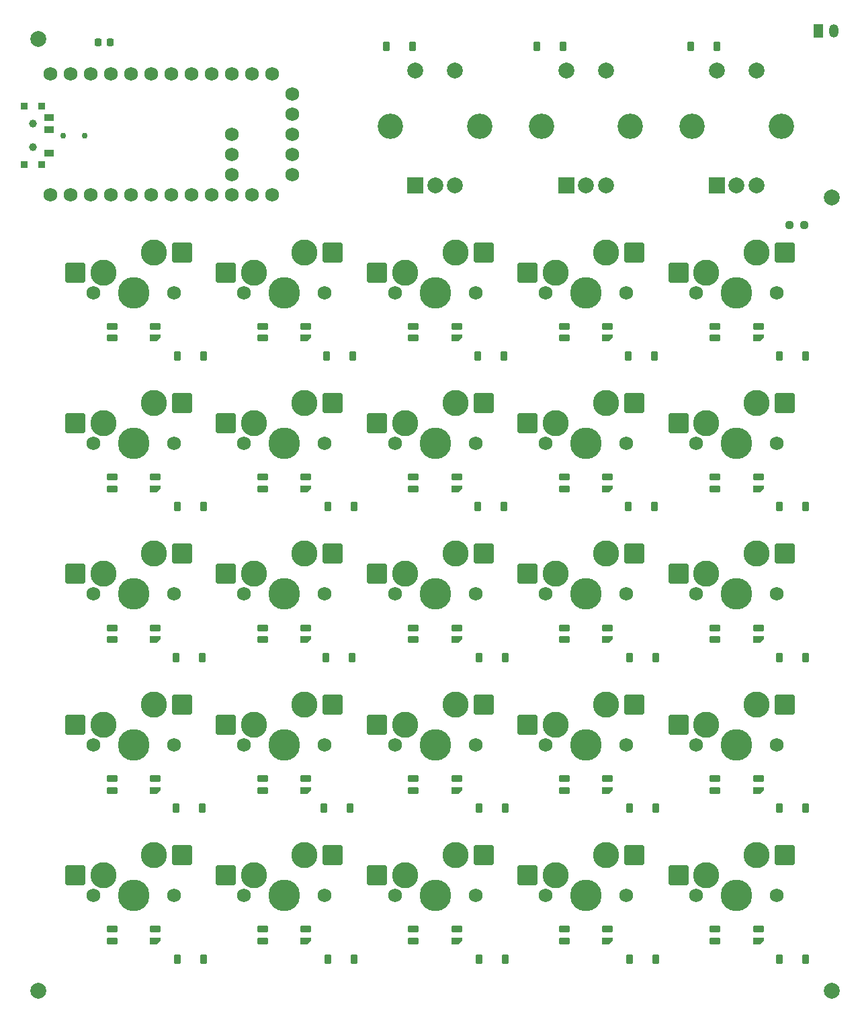
<source format=gbs>
G04 #@! TF.GenerationSoftware,KiCad,Pcbnew,9.0.7*
G04 #@! TF.CreationDate,2026-02-15T13:27:24+05:00*
G04 #@! TF.ProjectId,ModuPad_v2,4d6f6475-5061-4645-9f76-322e6b696361,rev?*
G04 #@! TF.SameCoordinates,Original*
G04 #@! TF.FileFunction,Soldermask,Bot*
G04 #@! TF.FilePolarity,Negative*
%FSLAX46Y46*%
G04 Gerber Fmt 4.6, Leading zero omitted, Abs format (unit mm)*
G04 Created by KiCad (PCBNEW 9.0.7) date 2026-02-15 13:27:24*
%MOMM*%
%LPD*%
G01*
G04 APERTURE LIST*
G04 Aperture macros list*
%AMRoundRect*
0 Rectangle with rounded corners*
0 $1 Rounding radius*
0 $2 $3 $4 $5 $6 $7 $8 $9 X,Y pos of 4 corners*
0 Add a 4 corners polygon primitive as box body*
4,1,4,$2,$3,$4,$5,$6,$7,$8,$9,$2,$3,0*
0 Add four circle primitives for the rounded corners*
1,1,$1+$1,$2,$3*
1,1,$1+$1,$4,$5*
1,1,$1+$1,$6,$7*
1,1,$1+$1,$8,$9*
0 Add four rect primitives between the rounded corners*
20,1,$1+$1,$2,$3,$4,$5,0*
20,1,$1+$1,$4,$5,$6,$7,0*
20,1,$1+$1,$6,$7,$8,$9,0*
20,1,$1+$1,$8,$9,$2,$3,0*%
%AMFreePoly0*
4,1,18,-0.410000,0.593000,-0.403758,0.624380,-0.385983,0.650983,-0.359380,0.668758,-0.328000,0.675000,0.328000,0.675000,0.359380,0.668758,0.385983,0.650983,0.403758,0.624380,0.410000,0.593000,0.410000,-0.593000,0.403758,-0.624380,0.385983,-0.650983,0.359380,-0.668758,0.328000,-0.675000,0.000000,-0.675000,-0.410000,-0.265000,-0.410000,0.593000,-0.410000,0.593000,$1*%
G04 Aperture macros list end*
%ADD10C,2.000000*%
%ADD11C,0.750000*%
%ADD12R,2.000000X2.000000*%
%ADD13C,3.200000*%
%ADD14C,1.752600*%
%ADD15R,0.900000X0.900000*%
%ADD16C,1.000000*%
%ADD17R,1.250000X0.900000*%
%ADD18R,1.200000X1.700000*%
%ADD19O,1.200000X1.700000*%
%ADD20RoundRect,0.082000X0.593000X-0.328000X0.593000X0.328000X-0.593000X0.328000X-0.593000X-0.328000X0*%
%ADD21FreePoly0,90.000000*%
%ADD22RoundRect,0.225000X0.225000X0.375000X-0.225000X0.375000X-0.225000X-0.375000X0.225000X-0.375000X0*%
%ADD23C,1.750000*%
%ADD24C,3.987800*%
%ADD25C,3.300000*%
%ADD26RoundRect,0.250000X1.025000X1.000000X-1.025000X1.000000X-1.025000X-1.000000X1.025000X-1.000000X0*%
%ADD27RoundRect,0.225000X-0.225000X-0.375000X0.225000X-0.375000X0.225000X0.375000X-0.225000X0.375000X0*%
%ADD28RoundRect,0.237500X0.250000X0.237500X-0.250000X0.237500X-0.250000X-0.237500X0.250000X-0.237500X0*%
%ADD29RoundRect,0.225000X0.225000X0.250000X-0.225000X0.250000X-0.225000X-0.250000X0.225000X-0.250000X0*%
G04 APERTURE END LIST*
D10*
X152500000Y-172500000D03*
D11*
X55625000Y-64700000D03*
X58375000Y-64700000D03*
D10*
X152500000Y-72500000D03*
D12*
X119000000Y-71000000D03*
D10*
X124000000Y-71000000D03*
X121500000Y-71000000D03*
D13*
X115900000Y-63500000D03*
X127100000Y-63500000D03*
D10*
X124000000Y-56500000D03*
X119000000Y-56500000D03*
D14*
X54030000Y-72160000D03*
X56570000Y-72160000D03*
X59110000Y-72160000D03*
X61650000Y-72160000D03*
X64190000Y-72160000D03*
X66730000Y-72160000D03*
X69270000Y-72160000D03*
X71810000Y-72160000D03*
X74350000Y-72160000D03*
X76890000Y-72160000D03*
X79430000Y-72160000D03*
X81970000Y-72160000D03*
X81970000Y-56920000D03*
X79430000Y-56920000D03*
X76890000Y-56920000D03*
X74350000Y-56920000D03*
X71810000Y-56920000D03*
X69270000Y-56920000D03*
X66730000Y-56920000D03*
X64190000Y-56920000D03*
X61650000Y-56920000D03*
X59110000Y-56920000D03*
X56570000Y-56920000D03*
X54030000Y-56920000D03*
X76890000Y-69620000D03*
X76890000Y-67080000D03*
X76890000Y-64540000D03*
X84500000Y-69620000D03*
X84500000Y-67080000D03*
X84500000Y-64540000D03*
X84500000Y-62000000D03*
X84500000Y-59460000D03*
D15*
X50700000Y-68400000D03*
X52900000Y-68400000D03*
D16*
X51800000Y-66200000D03*
X51800000Y-63200000D03*
D15*
X50700000Y-61000000D03*
X52900000Y-61000000D03*
D17*
X53875000Y-66950000D03*
X53875000Y-63950000D03*
X53875000Y-62450000D03*
D12*
X100000000Y-71000000D03*
D10*
X105000000Y-71000000D03*
X102500000Y-71000000D03*
D13*
X96900000Y-63500000D03*
X108100000Y-63500000D03*
D10*
X105000000Y-56500000D03*
X100000000Y-56500000D03*
D18*
X150750000Y-51500000D03*
D19*
X152750000Y-51500000D03*
D10*
X52500000Y-172500000D03*
D12*
X138000000Y-71000000D03*
D10*
X143000000Y-71000000D03*
X140500000Y-71000000D03*
D13*
X134900000Y-63500000D03*
X146100000Y-63500000D03*
D10*
X143000000Y-56500000D03*
X138000000Y-56500000D03*
X52500000Y-52500000D03*
D20*
X118775000Y-126750001D03*
X118775000Y-128250001D03*
X124225000Y-126750001D03*
D21*
X124225000Y-128250001D03*
D22*
X73150000Y-149500000D03*
X69850000Y-149500000D03*
D23*
X107580000Y-103500000D03*
D24*
X102500000Y-103500000D03*
D23*
X97420000Y-103500000D03*
D25*
X98690000Y-100960000D03*
D26*
X95140000Y-100960000D03*
X108590000Y-98420000D03*
D25*
X105040000Y-98420000D03*
D23*
X107580000Y-160500000D03*
D24*
X102500000Y-160500000D03*
D23*
X97420000Y-160500000D03*
D25*
X98690000Y-157960000D03*
D26*
X95140000Y-157960000D03*
X108590000Y-155420000D03*
D25*
X105040000Y-155420000D03*
D20*
X80775000Y-126750001D03*
X80775000Y-128250001D03*
X86225000Y-126750001D03*
D21*
X86225000Y-128250001D03*
D22*
X149150000Y-149500000D03*
X145850000Y-149500000D03*
D27*
X96350000Y-53500000D03*
X99650000Y-53500000D03*
D20*
X61775000Y-126750001D03*
X61775000Y-128250001D03*
X67225000Y-126750001D03*
D21*
X67225000Y-128250001D03*
D23*
X145580000Y-84500000D03*
D24*
X140500000Y-84500000D03*
D23*
X135420000Y-84500000D03*
D25*
X136690000Y-81960000D03*
D26*
X133140000Y-81960000D03*
X146590000Y-79420000D03*
D25*
X143040000Y-79420000D03*
D22*
X91800000Y-149500000D03*
X88500000Y-149500000D03*
D23*
X145580000Y-141500000D03*
D24*
X140500000Y-141500000D03*
D23*
X135420000Y-141500000D03*
D25*
X136690000Y-138960000D03*
D26*
X133140000Y-138960000D03*
X146590000Y-136420000D03*
D25*
X143040000Y-136420000D03*
D20*
X99775000Y-145750001D03*
X99775000Y-147250001D03*
X105225000Y-145750001D03*
D21*
X105225000Y-147250001D03*
D23*
X88580000Y-103500000D03*
D24*
X83500000Y-103500000D03*
D23*
X78420000Y-103500000D03*
D25*
X79690000Y-100960000D03*
D26*
X76140000Y-100960000D03*
X89590000Y-98420000D03*
D25*
X86040000Y-98420000D03*
D22*
X111300000Y-149500000D03*
X108000000Y-149500000D03*
D23*
X145580000Y-160500000D03*
D24*
X140500000Y-160500000D03*
D23*
X135420000Y-160500000D03*
D25*
X136690000Y-157960000D03*
D26*
X133140000Y-157960000D03*
X146590000Y-155420000D03*
D25*
X143040000Y-155420000D03*
D22*
X130150000Y-92500000D03*
X126850000Y-92500000D03*
D23*
X126580000Y-103500000D03*
D24*
X121500000Y-103500000D03*
D23*
X116420000Y-103500000D03*
D25*
X117690000Y-100960000D03*
D26*
X114140000Y-100960000D03*
X127590000Y-98420000D03*
D25*
X124040000Y-98420000D03*
D20*
X99775000Y-107750001D03*
X99775000Y-109250001D03*
X105225000Y-107750001D03*
D21*
X105225000Y-109250001D03*
D20*
X61775000Y-164750001D03*
X61775000Y-166250001D03*
X67225000Y-164750001D03*
D21*
X67225000Y-166250001D03*
D23*
X88580000Y-122500000D03*
D24*
X83500000Y-122500000D03*
D23*
X78420000Y-122500000D03*
D25*
X79690000Y-119960000D03*
D26*
X76140000Y-119960000D03*
X89590000Y-117420000D03*
D25*
X86040000Y-117420000D03*
D20*
X118775000Y-107750001D03*
X118775000Y-109250001D03*
X124225000Y-107750001D03*
D21*
X124225000Y-109250001D03*
D28*
X149000000Y-76000000D03*
X147175000Y-76000000D03*
D20*
X137775000Y-107750001D03*
X137775000Y-109250001D03*
X143225000Y-107750001D03*
D21*
X143225000Y-109250001D03*
D22*
X73300000Y-168500000D03*
X70000000Y-168500000D03*
X130300000Y-168500000D03*
X127000000Y-168500000D03*
D20*
X61775000Y-88750001D03*
X61775000Y-90250001D03*
X67225000Y-88750001D03*
D21*
X67225000Y-90250001D03*
D22*
X92300000Y-168500000D03*
X89000000Y-168500000D03*
X111150000Y-92500000D03*
X107850000Y-92500000D03*
D20*
X61775000Y-107750001D03*
X61775000Y-109250001D03*
X67225000Y-107750001D03*
D21*
X67225000Y-109250001D03*
D22*
X130300000Y-149500000D03*
X127000000Y-149500000D03*
D20*
X80775000Y-145750001D03*
X80775000Y-147250001D03*
X86225000Y-145750001D03*
D21*
X86225000Y-147250001D03*
D22*
X149150000Y-130500000D03*
X145850000Y-130500000D03*
X149150000Y-111500000D03*
X145850000Y-111500000D03*
D23*
X145580000Y-122500000D03*
D24*
X140500000Y-122500000D03*
D23*
X135420000Y-122500000D03*
D25*
X136690000Y-119960000D03*
D26*
X133140000Y-119960000D03*
X146590000Y-117420000D03*
D25*
X143040000Y-117420000D03*
D23*
X88580000Y-141500000D03*
D24*
X83500000Y-141500000D03*
D23*
X78420000Y-141500000D03*
D25*
X79690000Y-138960000D03*
D26*
X76140000Y-138960000D03*
X89590000Y-136420000D03*
D25*
X86040000Y-136420000D03*
D20*
X80775000Y-88750001D03*
X80775000Y-90250001D03*
X86225000Y-88750001D03*
D21*
X86225000Y-90250001D03*
D20*
X99775000Y-164750001D03*
X99775000Y-166250001D03*
X105225000Y-164750001D03*
D21*
X105225000Y-166250001D03*
D23*
X126580000Y-84500000D03*
D24*
X121500000Y-84500000D03*
D23*
X116420000Y-84500000D03*
D25*
X117690000Y-81960000D03*
D26*
X114140000Y-81960000D03*
X127590000Y-79420000D03*
D25*
X124040000Y-79420000D03*
D23*
X69580000Y-84500000D03*
D24*
X64500000Y-84500000D03*
D23*
X59420000Y-84500000D03*
D25*
X60690000Y-81960000D03*
D26*
X57140000Y-81960000D03*
X70590000Y-79420000D03*
D25*
X67040000Y-79420000D03*
D20*
X118775000Y-88750001D03*
X118775000Y-90250001D03*
X124225000Y-88750001D03*
D21*
X124225000Y-90250001D03*
D22*
X92000000Y-130500000D03*
X88700000Y-130500000D03*
D23*
X88580000Y-160500000D03*
D24*
X83500000Y-160500000D03*
D23*
X78420000Y-160500000D03*
D25*
X79690000Y-157960000D03*
D26*
X76140000Y-157960000D03*
X89590000Y-155420000D03*
D25*
X86040000Y-155420000D03*
D27*
X115350000Y-53500000D03*
X118650000Y-53500000D03*
D23*
X69580000Y-160500000D03*
D24*
X64500000Y-160500000D03*
D23*
X59420000Y-160500000D03*
D25*
X60690000Y-157960000D03*
D26*
X57140000Y-157960000D03*
X70590000Y-155420000D03*
D25*
X67040000Y-155420000D03*
D22*
X149150000Y-92500000D03*
X145850000Y-92500000D03*
X111150000Y-111500000D03*
X107850000Y-111500000D03*
X149150000Y-168500000D03*
X145850000Y-168500000D03*
D20*
X99775000Y-126750001D03*
X99775000Y-128250001D03*
X105225000Y-126750001D03*
D21*
X105225000Y-128250001D03*
D20*
X61775000Y-145750001D03*
X61775000Y-147250001D03*
X67225000Y-145750001D03*
D21*
X67225000Y-147250001D03*
D23*
X126580000Y-122500000D03*
D24*
X121500000Y-122500000D03*
D23*
X116420000Y-122500000D03*
D25*
X117690000Y-119960000D03*
D26*
X114140000Y-119960000D03*
X127590000Y-117420000D03*
D25*
X124040000Y-117420000D03*
D20*
X118775000Y-164750001D03*
X118775000Y-166250001D03*
X124225000Y-164750001D03*
D21*
X124225000Y-166250001D03*
D23*
X69580000Y-141500000D03*
D24*
X64500000Y-141500000D03*
D23*
X59420000Y-141500000D03*
D25*
X60690000Y-138960000D03*
D26*
X57140000Y-138960000D03*
X70590000Y-136420000D03*
D25*
X67040000Y-136420000D03*
D23*
X107580000Y-84500000D03*
D24*
X102500000Y-84500000D03*
D23*
X97420000Y-84500000D03*
D25*
X98690000Y-81960000D03*
D26*
X95140000Y-81960000D03*
X108590000Y-79420000D03*
D25*
X105040000Y-79420000D03*
D22*
X92150000Y-92500000D03*
X88850000Y-92500000D03*
X92300000Y-111500000D03*
X89000000Y-111500000D03*
D23*
X126580000Y-160500000D03*
D24*
X121500000Y-160500000D03*
D23*
X116420000Y-160500000D03*
D25*
X117690000Y-157960000D03*
D26*
X114140000Y-157960000D03*
X127590000Y-155420000D03*
D25*
X124040000Y-155420000D03*
D20*
X80775000Y-107750001D03*
X80775000Y-109250001D03*
X86225000Y-107750001D03*
D21*
X86225000Y-109250001D03*
D22*
X130150000Y-111500000D03*
X126850000Y-111500000D03*
D23*
X145580000Y-103500000D03*
D24*
X140500000Y-103500000D03*
D23*
X135420000Y-103500000D03*
D25*
X136690000Y-100960000D03*
D26*
X133140000Y-100960000D03*
X146590000Y-98420000D03*
D25*
X143040000Y-98420000D03*
D23*
X107580000Y-141500000D03*
D24*
X102500000Y-141500000D03*
D23*
X97420000Y-141500000D03*
D25*
X98690000Y-138960000D03*
D26*
X95140000Y-138960000D03*
X108590000Y-136420000D03*
D25*
X105040000Y-136420000D03*
D20*
X80775000Y-164750001D03*
X80775000Y-166250001D03*
X86225000Y-164750001D03*
D21*
X86225000Y-166250001D03*
D20*
X137775000Y-88750001D03*
X137775000Y-90250001D03*
X143225000Y-88750001D03*
D21*
X143225000Y-90250001D03*
D20*
X99775000Y-88750001D03*
X99775000Y-90250001D03*
X105225000Y-88750001D03*
D21*
X105225000Y-90250001D03*
D22*
X111300000Y-130500000D03*
X108000000Y-130500000D03*
D23*
X107580000Y-122500000D03*
D24*
X102500000Y-122500000D03*
D23*
X97420000Y-122500000D03*
D25*
X98690000Y-119960000D03*
D26*
X95140000Y-119960000D03*
X108590000Y-117420000D03*
D25*
X105040000Y-117420000D03*
D20*
X137775000Y-145750001D03*
X137775000Y-147250001D03*
X143225000Y-145750001D03*
D21*
X143225000Y-147250001D03*
D27*
X134700000Y-53500000D03*
X138000000Y-53500000D03*
D23*
X69580000Y-103500000D03*
D24*
X64500000Y-103500000D03*
D23*
X59420000Y-103500000D03*
D25*
X60690000Y-100960000D03*
D26*
X57140000Y-100960000D03*
X70590000Y-98420000D03*
D25*
X67040000Y-98420000D03*
D29*
X61550000Y-53000000D03*
X60000000Y-53000000D03*
D20*
X137775000Y-126750001D03*
X137775000Y-128250001D03*
X143225000Y-126750001D03*
D21*
X143225000Y-128250001D03*
D20*
X137775000Y-164750001D03*
X137775000Y-166250001D03*
X143225000Y-164750001D03*
D21*
X143225000Y-166250001D03*
D23*
X88580000Y-84500000D03*
D24*
X83500000Y-84500000D03*
D23*
X78420000Y-84500000D03*
D25*
X79690000Y-81960000D03*
D26*
X76140000Y-81960000D03*
X89590000Y-79420000D03*
D25*
X86040000Y-79420000D03*
D22*
X130300000Y-130500000D03*
X127000000Y-130500000D03*
X73150000Y-130500000D03*
X69850000Y-130500000D03*
X73300000Y-111500000D03*
X70000000Y-111500000D03*
X111300000Y-168500000D03*
X108000000Y-168500000D03*
D23*
X69580000Y-122500000D03*
D24*
X64500000Y-122500000D03*
D23*
X59420000Y-122500000D03*
D25*
X60690000Y-119960000D03*
D26*
X57140000Y-119960000D03*
X70590000Y-117420000D03*
D25*
X67040000Y-117420000D03*
D20*
X118775000Y-145750001D03*
X118775000Y-147250001D03*
X124225000Y-145750001D03*
D21*
X124225000Y-147250001D03*
D22*
X73300000Y-92500000D03*
X70000000Y-92500000D03*
D23*
X126580000Y-141500000D03*
D24*
X121500000Y-141500000D03*
D23*
X116420000Y-141500000D03*
D25*
X117690000Y-138960000D03*
D26*
X114140000Y-138960000D03*
X127590000Y-136420000D03*
D25*
X124040000Y-136420000D03*
M02*

</source>
